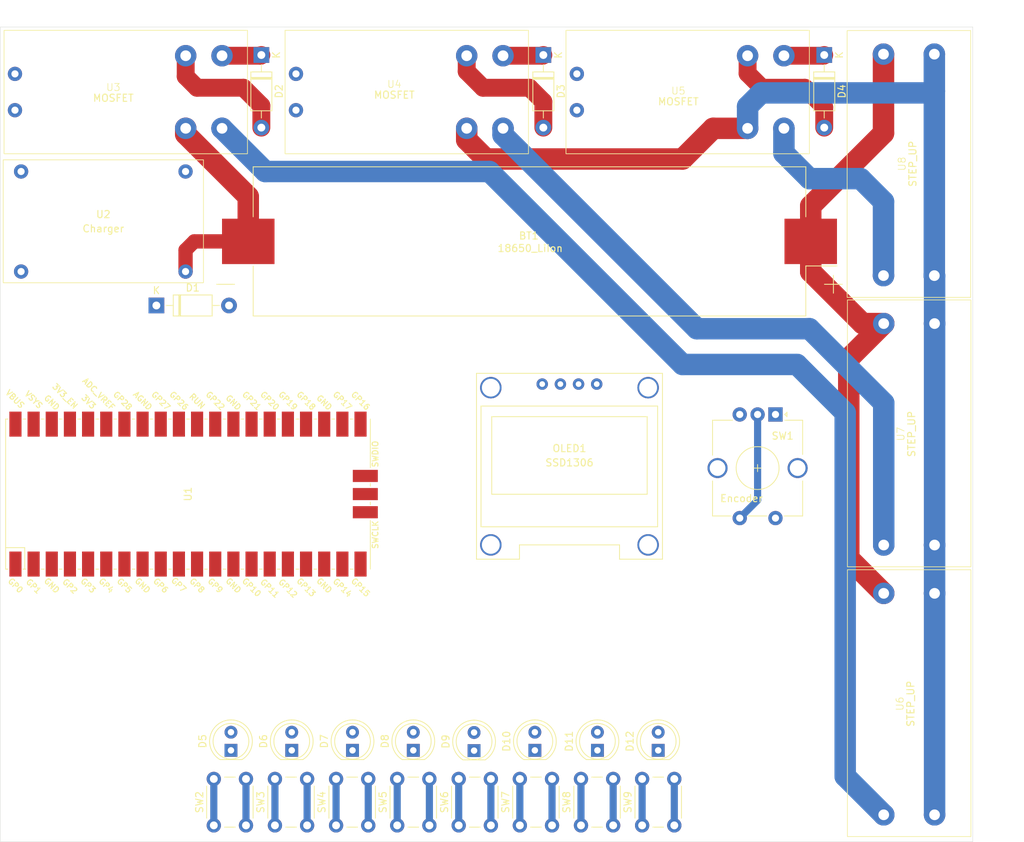
<source format=kicad_pcb>
(kicad_pcb (version 20240108) (generator "pcbnew") (generator_version "8.0")
  (title_block (title "LARS V2") (date "2024-04-01") (rev "1") (comment 1 "https://git.xythobuz.de/thomas/drumkit") (comment 2 "Licensed under the CERN-OHL-S-2.0+") (comment 4 "Copyright (c) 2024 Thomas Buck, Kauzerei"))
  (layers (0 "F.Cu" signal) (31 "B.Cu" signal) (34 "B.Paste" user) (35 "F.Paste" user) (36 "B.SilkS" user "B.Silkscreen") (37 "F.SilkS" user "F.Silkscreen") (38 "B.Mask" user) (39 "F.Mask" user) (44 "Edge.Cuts" user))
  (net 0 "")
  (net 3 "+BATT")
  (net 15 "Net-(D1-K)")
  (net 21 "Net-(U1-GPIO16)")
  (net 27 "GND")
  (net 29 "Net-(U1-GPIO17)")
  (net 44 "Net-(U1-GPIO18)")
  (net 45 "+3.3V")
  (net 46 "-BATT")
  (net 49 "unconnected-(SW2-Pad2)")
  (net 50 "unconnected-(SW2-Pad1)")
  (net 51 "unconnected-(SW3-Pad2)")
  (net 52 "unconnected-(SW3-Pad1)")
  (net 53 "unconnected-(SW4-Pad1)")
  (net 54 "unconnected-(SW4-Pad2)")
  (net 55 "unconnected-(SW5-Pad1)")
  (net 56 "unconnected-(SW5-Pad2)")
  (net 57 "Net-(D2-A)")
  (net 58 "Net-(D2-K)")
  (net 60 "Net-(D3-K)")
  (net 61 "Net-(D3-A)")
  (net 65 "Net-(D4-A)")
  (net 66 "Net-(D4-K)")
  (net 67 "Net-(U3-Vin+)")
  (net 69 "Net-(U4-Vin+)")
  (net 71 "Net-(U5-Vin+)")
  (net 72 "unconnected-(SW6-Pad2)")
  (net 73 "unconnected-(SW6-Pad1)")
  (net 74 "unconnected-(SW7-Pad1)")
  (net 75 "unconnected-(SW7-Pad2)")
  (net 76 "unconnected-(SW8-Pad1)")
  (net 77 "unconnected-(SW8-Pad2)")
  (net 78 "unconnected-(SW9-Pad2)")
  (net 79 "unconnected-(SW9-Pad1)")
  (footprint "Button_Switch_THT:SW_PUSH_6mm_H5mm" (layer "F.Cu") (at 112.7 152.5 90)
    (property "Reference" "SW2" (at 3.25 -2 -90) (layer "F.SilkS"))
    (property "Value" "SW_Push")
    (pad "1" thru_hole circle (at 0 0 180) (size 2 2) (drill 1.1) (layers "*.Cu" "*.Mask") (net 50 "unconnected-(SW2-Pad1)"))
    (pad "1" thru_hole circle (at 6.5 0 180) (size 2 2) (drill 1.1) (layers "*.Cu" "*.Mask") (net 50 "unconnected-(SW2-Pad1)"))
    (pad "2" thru_hole circle (at 0 4.5 180) (size 2 2) (drill 1.1) (layers "*.Cu" "*.Mask") (net 49 "unconnected-(SW2-Pad2)"))
    (pad "2" thru_hole circle (at 6.5 4.5 180) (size 2 2) (drill 1.1) (layers "*.Cu" "*.Mask") (net 49 "unconnected-(SW2-Pad2)"))
  )
  (footprint "chinese_modules:xy-mos" (layer "F.Cu") (at 117.406 41.244 180)
    (property "Reference" "U3" (at 18.76 -7.98 0) (layer "F.SilkS") (effects (font (thickness 0.1))))
    (property "Value" "MOSFET" (at 18.76 -9.48 0) (layer "F.SilkS"))
    (pad "1" thru_hole circle (at 3.556 -13.716 180) (size 3 3) (drill 1.5) (layers "*.Cu" "*.Mask") (net 67 "Net-(U3-Vin+)"))
    (pad "2" thru_hole circle (at 8.636 -13.716 180) (size 3 3) (drill 1.5) (layers "*.Cu" "*.Mask") (net 46 "-BATT"))
    (pad "3" thru_hole circle (at 3.556 -3.556 180) (size 3 3) (drill 1.5) (layers "*.Cu" "*.Mask") (net 58 "Net-(D2-K)"))
    (pad "4" thru_hole circle (at 8.636 -3.556 180) (size 3 3) (drill 1.5) (layers "*.Cu" "*.Mask") (net 57 "Net-(D2-A)"))
    (pad "5" thru_hole circle (at 32.512 -11.176 180) (size 2 2) (drill 1) (layers "*.Cu" "*.Mask"))
    (pad "6" thru_hole circle (at 32.512 -6.096 180) (size 2 2) (drill 1) (layers "*.Cu" "*.Mask"))
  )
  (footprint "Button_Switch_THT:SW_PUSH_6mm_H5mm" (layer "F.Cu") (at 121.25 152.5 90)
    (property "Reference" "SW3" (at 3.25 -2 -90) (layer "F.SilkS"))
    (property "Value" "SW_Push")
    (pad "1" thru_hole circle (at 0 0 180) (size 2 2) (drill 1.1) (layers "*.Cu" "*.Mask") (net 52 "unconnected-(SW3-Pad1)"))
    (pad "1" thru_hole circle (at 6.5 0 180) (size 2 2) (drill 1.1) (layers "*.Cu" "*.Mask") (net 52 "unconnected-(SW3-Pad1)"))
    (pad "2" thru_hole circle (at 0 4.5 180) (size 2 2) (drill 1.1) (layers "*.Cu" "*.Mask") (net 51 "unconnected-(SW3-Pad2)"))
    (pad "2" thru_hole circle (at 6.5 4.5 180) (size 2 2) (drill 1.1) (layers "*.Cu" "*.Mask") (net 51 "unconnected-(SW3-Pad2)"))
  )
  (footprint "Diode_THT:D_DO-41_SOD81_P10.16mm_Horizontal" (layer "F.Cu") (at 198.068 44.7 -90)
    (property "Reference" "D4" (at 5.08 -2.47 90) (layer "F.SilkS"))
    (property "Value" "1N5819")
    (fp_text user "K" (at 0 -2.1 90) (layer "F.SilkS"))
    (pad "1" thru_hole rect (at 0 0 270) (size 2.2 2.2) (drill 1.1) (layers "*.Cu" "*.Mask") (net 66 "Net-(D4-K)"))
    (pad "2" thru_hole oval (at 10.16 0 270) (size 2.2 2.2) (drill 1.1) (layers "*.Cu" "*.Mask") (net 65 "Net-(D4-A)"))
  )
  (footprint "chinese_modules:dc-dc module" (layer "F.Cu") (at 208.388 57.28 -90)
    (property "Reference" "U8" (at 2.652 -0.556 90) (layer "F.SilkS") (effects (font (thickness 0.1))))
    (property "Value" "STEP_UP" (at 2.652 -2.056 90) (layer "F.SilkS"))
    (pad "1" thru_hole circle (at -12.7 -5.08 270) (size 3 3) (drill 1.5) (layers "*.Cu" "*.Mask") (net 46 "-BATT"))
    (pad "2" thru_hole circle (at -12.7 2.032 270) (size 3 3) (drill 1.5) (layers "*.Cu" "*.Mask") (net 3 "+BATT"))
    (pad "3" thru_hole circle (at 18.288 -5.08 270) (size 3 3) (drill 1.5) (layers "*.Cu" "*.Mask") (net 46 "-BATT"))
    (pad "4" thru_hole circle (at 18.288 2.032 270) (size 3 3) (drill 1.5) (layers "*.Cu" "*.Mask") (net 71 "Net-(U5-Vin+)"))
  )
  (footprint "Button_Switch_THT:SW_PUSH_6mm_H5mm" (layer "F.Cu") (at 155.5 152.5 90)
    (property "Reference" "SW7" (at 3.25 -2 -90) (layer "F.SilkS"))
    (property "Value" "SW_Push")
    (pad "1" thru_hole circle (at 0 0 180) (size 2 2) (drill 1.1) (layers "*.Cu" "*.Mask") (net 74 "unconnected-(SW7-Pad1)"))
    (pad "1" thru_hole circle (at 6.5 0 180) (size 2 2) (drill 1.1) (layers "*.Cu" "*.Mask") (net 74 "unconnected-(SW7-Pad1)"))
    (pad "2" thru_hole circle (at 0 4.5 180) (size 2 2) (drill 1.1) (layers "*.Cu" "*.Mask") (net 75 "unconnected-(SW7-Pad2)"))
    (pad "2" thru_hole circle (at 6.5 4.5 180) (size 2 2) (drill 1.1) (layers "*.Cu" "*.Mask") (net 75 "unconnected-(SW7-Pad2)"))
  )
  (footprint "Rotary_Encoder:RotaryEncoder_Alps_EC12E-Switch_Vertical_H20mm_CircularMountingHoles" (layer "F.Cu") (at 191.25 95 -90)
    (property "Reference" "SW1" (at 3 -1 180) (layer "F.SilkS"))
    (property "Value" "Encoder" (at 11.75 4.75 180) (layer "F.SilkS"))
    (pad "A" thru_hole rect (at 0 0 270) (size 2 2) (drill 1) (layers "*.Cu" "*.Mask") (net 29 "Net-(U1-GPIO17)"))
    (pad "B" thru_hole circle (at 0 5 270) (size 2 2) (drill 1) (layers "*.Cu" "*.Mask") (net 44 "Net-(U1-GPIO18)"))
    (pad "C" thru_hole circle (at 0 2.5 270) (size 2 2) (drill 1) (layers "*.Cu" "*.Mask") (net 27 "GND"))
    (pad "MP" thru_hole circle (at 7.5 -3.1 270) (size 2.8 2.8) (drill 2.2) (layers "*.Cu" "*.Mask"))
    (pad "MP" thru_hole circle (at 7.5 8.1 270) (size 2.8 2.8) (drill 2.2) (layers "*.Cu" "*.Mask"))
    (pad "S1" thru_hole circle (at 14.5 0 270) (size 2 2) (drill 1) (layers "*.Cu" "*.Mask") (net 21 "Net-(U1-GPIO16)"))
    (pad "S2" thru_hole circle (at 14.5 5 270) (size 2 2) (drill 1) (layers "*.Cu" "*.Mask") (net 27 "GND"))
  )
  (footprint "Button_Switch_THT:SW_PUSH_6mm_H5mm" (layer "F.Cu") (at 138.35 152.5 90)
    (property "Reference" "SW5" (at 3.25 -2 -90) (layer "F.SilkS"))
    (property "Value" "SW_Push")
    (pad "1" thru_hole circle (at 0 0 180) (size 2 2) (drill 1.1) (layers "*.Cu" "*.Mask") (net 55 "unconnected-(SW5-Pad1)"))
    (pad "1" thru_hole circle (at 6.5 0 180) (size 2 2) (drill 1.1) (layers "*.Cu" "*.Mask") (net 55 "unconnected-(SW5-Pad1)"))
    (pad "2" thru_hole circle (at 0 4.5 180) (size 2 2) (drill 1.1) (layers "*.Cu" "*.Mask") (net 56 "unconnected-(SW5-Pad2)"))
    (pad "2" thru_hole circle (at 6.5 4.5 180) (size 2 2) (drill 1.1) (layers "*.Cu" "*.Mask") (net 56 "unconnected-(SW5-Pad2)"))
  )
  (footprint "Button_Switch_THT:SW_PUSH_6mm_H5mm" (layer "F.Cu") (at 129.8 152.5 90)
    (property "Reference" "SW4" (at 3.25 -2 -90) (layer "F.SilkS"))
    (property "Value" "SW_Push")
    (pad "1" thru_hole circle (at 0 0 180) (size 2 2) (drill 1.1) (layers "*.Cu" "*.Mask") (net 53 "unconnected-(SW4-Pad1)"))
    (pad "1" thru_hole circle (at 6.5 0 180) (size 2 2) (drill 1.1) (layers "*.Cu" "*.Mask") (net 53 "unconnected-(SW4-Pad1)"))
    (pad "2" thru_hole circle (at 0 4.5 180) (size 2 2) (drill 1.1) (layers "*.Cu" "*.Mask") (net 54 "unconnected-(SW4-Pad2)"))
    (pad "2" thru_hole circle (at 6.5 4.5 180) (size 2 2) (drill 1.1) (layers "*.Cu" "*.Mask") (net 54 "unconnected-(SW4-Pad2)"))
  )
  (footprint "KiCad-RP-Pico:RPi_Pico_SMD_only" (layer "F.Cu") (at 109.09 106.14 90)
    (property "Reference" "U1" (at 0 0 90) (layer "F.SilkS"))
    (property "Value" "Pico")
    (fp_text user "GP21" (at 13.054 8.9 135) (layer "F.SilkS") (effects (font (size 0.8 0.8))))
    (fp_text user "GP3" (at -12.8 -13.97 135) (layer "F.SilkS") (effects (font (size 0.8 0.8))))
    (fp_text user "GND" (at -12.8 -6.35 135) (layer "F.SilkS") (effects (font (size 0.8 0.8))))
    (fp_text user "GP15" (at -13.054 24.13 135) (layer "F.SilkS") (effects (font (size 0.8 0.8))))
    (fp_text user "GP19" (at 13.054 13.97 135) (layer "F.SilkS") (effects (font (size 0.8 0.8))))
    (fp_text user "GND" (at 12.8 6.35 135) (layer "F.SilkS") (effects (font (size 0.8 0.8))))
    (fp_text user "VBUS" (at 13.3 -24.2 135) (layer "F.SilkS") (effects (font (size 0.8 0.8))))
    (fp_text user "RUN" (at 13 1.27 135) (layer "F.SilkS") (effects (font (size 0.8 0.8))))
    (fp_text user "GP28" (at 13.054 -9.144 135) (layer "F.SilkS") (effects (font (size 0.8 0.8))))
    (fp_text user "GP0" (at -12.8 -24.13 135) (layer "F.SilkS") (effects (font (size 0.8 0.8))))
    (fp_text user "GP1" (at -12.9 -21.6 135) (layer "F.SilkS") (effects (font (size 0.8 0.8))))
    (fp_text user "GP27" (at 13.054 -3.8 135) (layer "F.SilkS") (effects (font (size 0.8 0.8))))
    (fp_text user "GND" (at -12.8 19.05 135) (layer "F.SilkS") (effects (font (size 0.8 0.8))))
    (fp_text user "3V3" (at 12.9 -13.9 135) (layer "F.SilkS") (effects (font (size 0.8 0.8))))
    (fp_text user "GP14" (at -13.1 21.59 135) (layer "F.SilkS") (effects (font (size 0.8 0.8))))
    (fp_text user "ADC_VREF" (at 14 -12.5 135) (layer "F.SilkS") (effects (font (size 0.8 0.8))))
    (fp_text user "GP12" (at -13.2 13.97 135) (layer "F.SilkS") (effects (font (size 0.8 0.8))))
    (fp_text user "GP16" (at 13.054 24.13 135) (layer "F.SilkS") (effects (font (size 0.8 0.8))))
    (fp_text user "GP18" (at 13.054 16.51 135) (layer "F.SilkS") (effects (font (size 0.8 0.8))))
    (fp_text user "GP26" (at 13.054 -1.27 135) (layer "F.SilkS") (effects (font (size 0.8 0.8))))
    (fp_text user "3V3_EN" (at 13.7 -17.2 135) (layer "F.SilkS") (effects (font (size 0.8 0.8))))
    (fp_text user "GP8" (at -12.8 1.27 135) (layer "F.SilkS") (effects (font (size 0.8 0.8))))
    (fp_text user "GP9" (at -12.8 3.81 135) (layer "F.SilkS") (effects (font (size 0.8 0.8))))
    (fp_text user "SWDIO" (at 5.6 26.2 90) (layer "F.SilkS") (effects (font (size 0.8 0.8))))
    (fp_text user "AGND" (at 13.054 -6.35 135) (layer "F.SilkS") (effects (font (size 0.8 0.8))))
    (fp_text user "GP10" (at -13.054 8.89 135) (layer "F.SilkS") (effects (font (size 0.8 0.8))))
    (fp_text user "GND" (at 12.8 19.05 135) (layer "F.SilkS") (effects (font (size 0.8 0.8))))
    (fp_text user "GP11" (at -13.2 11.43 135) (layer "F.SilkS") (effects (font (size 0.8 0.8))))
    (fp_text user "GP17" (at 13.054 21.59 135) (layer "F.SilkS") (effects (font (size 0.8 0.8))))
    (fp_text user "GP13" (at -13.054 16.51 135) (layer "F.SilkS") (effects (font (size 0.8 0.8))))
    (fp_text user "GP2" (at -12.9 -16.51 135) (layer "F.SilkS") (effects (font (size 0.8 0.8))))
    (fp_text user "SWCLK" (at -5.7 26.2 90) (layer "F.SilkS") (effects (font (size 0.8 0.8))))
    (fp_text user "GP20" (at 13.054 11.43 135) (layer "F.SilkS") (effects (font (size 0.8 0.8))))
    (fp_text user "GND" (at 12.8 -19.05 135) (layer "F.SilkS") (effects (font (size 0.8 0.8))))
    (fp_text user "GP5" (at -12.8 -8.89 135) (layer "F.SilkS") (effects (font (size 0.8 0.8))))
    (fp_text user "GND" (at -12.8 6.35 135) (layer "F.SilkS") (effects (font (size 0.8 0.8))))
    (fp_text user "GP7" (at -12.7 -1.3 135) (layer "F.SilkS") (effects (font (size 0.8 0.8))))
    (fp_text user "GP6" (at -12.8 -3.81 135) (layer "F.SilkS") (effects (font (size 0.8 0.8))))
    (fp_text user "GP22" (at 13.054 3.81 135) (layer "F.SilkS") (effects (font (size 0.8 0.8))))
    (fp_text user "GP4" (at -12.8 -11.43 135) (layer "F.SilkS") (effects (font (size 0.8 0.8))))
    (fp_text user "GND" (at -12.8 -19.05 135) (layer "F.SilkS") (effects (font (size 0.8 0.8))))
    (fp_text user "VSYS" (at 13.2 -21.59 135) (layer "F.SilkS") (effects (font (size 0.8 0.8))))
    (pad "" np_thru_hole oval (at -2.725 -24 90) (size 1.8 1.8) (drill 1.8) (layers "*.Cu" "*.Mask"))
    (pad "" np_thru_hole oval (at -2.425 -20.97 90) (size 1.5 1.5) (drill 1.5) (layers "*.Cu" "*.Mask"))
    (pad "" np_thru_hole oval (at 2.425 -20.97 90) (size 1.5 1.5) (drill 1.5) (layers "*.Cu" "*.Mask"))
    (pad "" np_thru_hole oval (at 2.725 -24 90) (size 1.8 1.8) (drill 1.8) (layers "*.Cu" "*.Mask"))
    (pad "1" smd rect (at -8.89 -24.13 90) (size 3.5 1.7) (drill (offset -0.9 0)) (layers "F.Cu" "F.Mask"))
    (pad "2" smd rect (at -8.89 -21.59 90) (size 3.5 1.7) (drill (offset -0.9 0)) (layers "F.Cu" "F.Mask"))
    (pad "3" smd rect (at -8.89 -19.05 90) (size 3.5 1.7) (drill (offset -0.9 0)) (layers "F.Cu" "F.Mask"))
    (pad "4" smd rect (at -8.89 -16.51 90) (size 3.5 1.7) (drill (offset -0.9 0)) (layers "F.Cu" "F.Mask"))
    (pad "5" smd rect (at -8.89 -13.97 90) (size 3.5 1.7) (drill (offset -0.9 0)) (layers "F.Cu" "F.Mask"))
    (pad "6" smd rect (at -8.89 -11.43 90) (size 3.5 1.7) (drill (offset -0.9 0)) (layers "F.Cu" "F.Mask"))
    (pad "7" smd rect (at -8.89 -8.89 90) (size 3.5 1.7) (drill (offset -0.9 0)) (layers "F.Cu" "F.Mask"))
    (pad "8" smd rect (at -8.89 -6.35 90) (size 3.5 1.7) (drill (offset -0.9 0)) (layers "F.Cu" "F.Mask"))
    (pad "9" smd rect (at -8.89 -3.81 90) (size 3.5 1.7) (drill (offset -0.9 0)) (layers "F.Cu" "F.Mask"))
    (pad "10" smd rect (at -8.89 -1.27 90) (size 3.5 1.7) (drill (offset -0.9 0)) (layers "F.Cu" "F.Mask"))
    (pad "11" smd rect (at -8.89 1.27 90) (size 3.5 1.7) (drill (offset -0.9 0)) (layers "F.Cu" "F.Mask"))
    (pad "12" smd rect (at -8.89 3.81 90) (size 3.5 1.7) (drill (offset -0.9 0)) (layers "F.Cu" "F.Mask"))
    (pad "13" smd rect (at -8.89 6.35 90) (size 3.5 1.7) (drill (offset -0.9 0)) (layers "F.Cu" "F.Mask"))
    (pad "14" smd rect (at -8.89 8.89 90) (size 3.5 1.7) (drill (offset -0.9 0)) (layers "F.Cu" "F.Mask"))
    (pad "15" smd rect (at -8.89 11.43 90) (size 3.5 1.7) (drill (offset -0.9 0)) (layers "F.Cu" "F.Mask"))
    (pad "16" smd rect (at -8.89 13.97 90) (size 3.5 1.7) (drill (offset -0.9 0)) (layers "F.Cu" "F.Mask"))
    (pad "17" smd rect (at -8.89 16.51 90) (size 3.5 1.7) (drill (offset -0.9 0)) (layers "F.Cu" "F.Mask"))
    (pad "18" smd rect (at -8.89 19.05 90) (size 3.5 1.7) (drill (offset -0.9 0)) (layers "F.Cu" "F.Mask"))
    (pad "19" smd rect (at -8.89 21.59 90) (size 3.5 1.7) (drill (offset -0.9 0)) (layers "F.Cu" "F.Mask"))
    (pad "20" smd rect (at -8.89 24.13 90) (size 3.5 1.7) (drill (offset -0.9 0)) (layers "F.Cu" "F.Mask"))
    (pad "21" smd rect (at 8.89 24.13 90) (size 3.5 1.7) (drill (offset 0.9 0)) (layers "F.Cu" "F.Mask") (net 21 "Net-(U1-GPIO16)"))
    (pad "22" smd rect (at 8.89 21.59 90) (size 3.5 1.7) (drill (offset 0.9 0)) (layers "F.Cu" "F.Mask") (net 29 "Net-(U1-GPIO17)"))
    (pad "23" smd rect (at 8.89 19.05 90) (size 3.5 1.7) (drill (offset 0.9 0)) (layers "F.Cu" "F.Mask"))
    (pad "24" smd rect (at 8.89 16.51 90) (size 3.5 1.7) (drill (offset 0.9 0)) (layers "F.Cu" "F.Mask") (net 44 "Net-(U1-GPIO18)"))
    (pad "25" smd rect (at 8.89 13.97 90) (size 3.5 1.7) (drill (offset 0.9 0)) (layers "F.Cu" "F.Mask"))
    (pad "26" smd rect (at 8.89 11.43 90) (size 3.5 1.7) (drill (offset 0.9 0)) (layers "F.Cu" "F.Mask"))
    (pad "27" smd rect (at 8.89 8.89 90) (size 3.5 1.7) (drill (offset 0.9 0)) (layers "F.Cu" "F.Mask"))
    (pad "28" smd rect (at 8.89 6.35 90) (size 3.5 1.7) (drill (offset 0.9 0)) (layers "F.Cu" "F.Mask"))
    (pad "29" smd rect (at 8.89 3.81 90) (size 3.5 1.7) (drill (offset 0.9 0)) (layers "F.Cu" "F.Mask"))
    (pad "30" smd rect (at 8.89 1.27 90) (size 3.5 1.7) (drill (offset 0.9 0)) (layers "F.Cu" "F.Mask"))
    (pad "31" smd rect (at 8.89 -1.27 90) (size 3.5 1.7) (drill (offset 0.9 0)) (layers "F.Cu" "F.Mask"))
    (pad "32" smd rect (at 8.89 -3.81 90) (size 3.5 1.7) (drill (offset 0.9 0)) (layers "F.Cu" "F.Mask"))
    (pad "33" smd rect (at 8.89 -6.35 90) (size 3.5 1.7) (drill (offset 0.9 0)) (layers "F.Cu" "F.Mask"))
    (pad "34" smd rect (at 8.89 -8.89 90) (size 3.5 1.7) (drill (offset 0.9 0)) (layers "F.Cu" "F.Mask"))
    (pad "35" smd rect (at 8.89 -11.43 90) (size 3.5 1.7) (drill (offset 0.9 0)) (layers "F.Cu" "F.Mask"))
    (pad "36" smd rect (at 8.89 -13.97 90) (size 3.5 1.7) (drill (offset 0.9 0)) (layers "F.Cu" "F.Mask") (net 45 "+3.3V"))
    (pad "37" smd rect (at 8.89 -16.51 90) (size 3.5 1.7) (drill (offset 0.9 0)) (layers "F.Cu" "F.Mask"))
    (pad "38" smd rect (at 8.89 -19.05 90) (size 3.5 1.7) (drill (offset 0.9 0)) (layers "F.Cu" "F.Mask"))
    (pad "39" smd rect (at 8.89 -21.59 90) (size 3.5 1.7) (drill (offset 0.9 0)) (layers "F.Cu" "F.Mask") (net 15 "Net-(D1-K)"))
    (pad "40" smd rect (at 8.89 -24.13 90) (size 3.5 1.7) (drill (offset 0.9 0)) (layers "F.Cu" "F.Mask"))
    (pad "41" smd rect (at -2.54 23.9 180) (size 3.5 1.7) (drill (offset -0.9 0)) (layers "F.Cu" "F.Mask"))
    (pad "42" smd rect (at 0 23.9 180) (size 3.5 1.7) (drill (offset -0.9 0)) (layers "F.Cu" "F.Mask"))
    (pad "43" smd rect (at 2.54 23.9 180) (size 3.5 1.7) (drill (offset -0.9 0)) (layers "F.Cu" "F.Mask"))
  )
  (footprint "chinese_modules:dc-dc module" (layer "F.Cu") (at 208.42 94.98 -90)
    (property "Reference" "U7" (at 2.752 -0.364 90) (layer "F.SilkS") (effects (font (thickness 0.1))))
    (property "Value" "STEP_UP" (at 2.752 -1.864 90) (layer "F.SilkS"))
    (pad "1" thru_hole circle (at -12.7 -5.08 270) (size 3 3) (drill 1.5) (layers "*.Cu" "*.Mask") (net 46 "-BATT"))
    (pad "2" thru_hole circle (at -12.7 2.032 270) (size 3 3) (drill 1.5) (layers "*.Cu" "*.Mask") (net 3 "+BATT"))
    (pad "3" thru_hole circle (at 18.288 -5.08 270) (size 3 3) (drill 1.5) (layers "*.Cu" "*.Mask") (net 46 "-BATT"))
    (pad "4" thru_hole circle (at 18.288 2.032 270) (size 3 3) (drill 1.5) (layers "*.Cu" "*.Mask") (net 69 "Net-(U4-Vin+)"))
  )
  (footprint "Diode_THT:D_DO-41_SOD81_P10.16mm_Horizontal" (layer "F.Cu") (at 119.35 44.7 -90)
    (property "Reference" "D2" (at 5.08 -2.47 90) (layer "F.SilkS"))
    (property "Value" "1N5819")
    (fp_text user "K" (at 0 -2.1 90) (layer "F.SilkS"))
    (pad "1" thru_hole rect (at 0 0 270) (size 2.2 2.2) (drill 1.1) (layers "*.Cu" "*.Mask") (net 58 "Net-(D2-K)"))
    (pad "2" thru_hole oval (at 10.16 0 270) (size 2.2 2.2) (drill 1.1) (layers "*.Cu" "*.Mask") (net 57 "Net-(D2-A)"))
  )
  (footprint "LED_THT:LED_D5.0mm" (layer "F.Cu") (at 174.85 142 90)
    (property "Reference" "D12" (at 1.27 -3.96 -90) (layer "F.SilkS"))
    (property "Value" "LED")
    (pad "1" thru_hole rect (at 0 0 90) (size 1.8 1.8) (drill 0.9) (layers "*.Cu" "*.Mask"))
    (pad "2" thru_hole circle (at 2.54 0 90) (size 1.8 1.8) (drill 0.9) (layers "*.Cu" "*.Mask"))
  )
  (footprint "chinese_modules:xy-mos" (layer "F.Cu") (at 195.986 41.244 180)
    (property "Reference" "U5" (at 18.324 -8.476 0) (layer "F.SilkS") (effects (font (thickness 0.1))))
    (property "Value" "MOSFET" (at 18.324 -9.976 0) (layer "F.SilkS"))
    (pad "1" thru_hole circle (at 3.556 -13.716 180) (size 3 3) (drill 1.5) (layers "*.Cu" "*.Mask") (net 71 "Net-(U5-Vin+)"))
    (pad "2" thru_hole circle (at 8.636 -13.716 180) (size 3 3) (drill 1.5) (layers "*.Cu" "*.Mask") (net 46 "-BATT"))
    (pad "3" thru_hole circle (at 3.556 -3.556 180) (size 3 3) (drill 1.5) (layers "*.Cu" "*.Mask") (net 66 "Net-(D4-K)"))
    (pad "4" thru_hole circle (at 8.636 -3.556 180) (size 3 3) (drill 1.5) (layers "*.Cu" "*.Mask") (net 65 "Net-(D4-A)"))
    (pad "5" thru_hole circle (at 32.512 -11.176 180) (size 2 2) (drill 1) (layers "*.Cu" "*.Mask"))
    (pad "6" thru_hole circle (at 32.512 -6.096 180) (size 2 2) (drill 1) (layers "*.Cu" "*.Mask"))
  )
  (footprint "ssd1306:SSD1306_0.96_Oled" (layer "F.Cu") (at 149.44 115.25)
    (property "Reference" "OLED1" (at 13 -15.5 0) (layer "F.SilkS"))
    (property "Value" "SSD1306" (at 13 -13.5 0) (layer "F.SilkS"))
    (pad "" np_thru_hole circle (at 2 -24) (size 3 3) (drill 2.5) (layers "F&B.Cu" "*.Mask"))
    (pad "" np_thru_hole circle (at 2 -2) (size 3 3) (drill 2.5) (layers "F&B.Cu" "*.Mask"))
    (pad "" np_thru_hole circle (at 24 -24) (size 3 3) (drill 2.5) (layers "F&B.Cu" "*.Mask"))
    (pad "" np_thru_hole circle (at 24 -2) (size 3 3) (drill 2.5) (layers "F&B.Cu" "*.Mask"))
    (pad "1" thru_hole circle (at 9.19 -24.5) (size 1.6 1.6) (drill 0.8) (layers "*.Cu" "*.Mask"))
    (pad "2" thru_hole circle (at 11.73 -24.5) (size 1.6 1.6) (drill 0.8) (layers "*.Cu" "*.Mask"))
    (pad "3" thru_hole circle (at 14.27 -24.5) (size 1.6 1.6) (drill 0.8) (layers "*.Cu" "*.Mask"))
    (pad "4" thru_hole circle (at 16.81 -24.5) (size 1.6 1.6) (drill 0.8) (layers "*.Cu" "*.Mask"))
  )
  (footprint "LED_THT:LED_D5.0mm" (layer "F.Cu") (at 149.1 142.04 90)
    (property "Reference" "D9" (at 1.27 -3.96 -90) (layer "F.SilkS"))
    (property "Value" "LED")
    (pad "1" thru_hole rect (at 0 0 90) (size 1.8 1.8) (drill 0.9) (layers "*.Cu" "*.Mask"))
    (pad "2" thru_hole circle (at 2.54 0 90) (size 1.8 1.8) (drill 0.9) (layers "*.Cu" "*.Mask"))
  )
  (footprint "Diode_THT:D_DO-41_SOD81_P10.16mm_Horizontal" (layer "F.Cu") (at 104.67 79.75)
    (property "Reference" "D1" (at 5.08 -2.47 0) (layer "F.SilkS"))
    (property "Value" "1N5819")
    (fp_text user "K" (at 0 -2.1 0) (layer "F.SilkS"))
    (pad "1" thru_hole rect (at 0 0) (size 2.2 2.2) (drill 1.1) (layers "*.Cu" "*.Mask") (net 15 "Net-(D1-K)"))
    (pad "2" thru_hole oval (at 10.16 0) (size 2.2 2.2) (drill 1.1) (layers "*.Cu" "*.Mask") (net 3 "+BATT"))
  )
  (footprint "Battery:BatteryHolder_Keystone_1042_1x18650" (layer "F.Cu") (at 156.85 70.78 180)
    (property "Reference" "BT1" (at 0.1 0.78 180) (layer "F.SilkS"))
    (property "Value" "18650_LiIon" (at -0.1 -0.97 180) (layer "F.SilkS"))
    (pad "" np_thru_hole circle (at -35.93 -8 180) (size 2.39 2.39) (drill 2.39) (layers "*.Cu" "*.Mask"))
    (pad "" np_thru_hole circle (at -27.6 8 180) (size 3.45 3.45) (drill 3.45) (layers "*.Cu" "*.Mask"))
    (pad "" np_thru_hole circle (at 27.6 -8 180) (size 3.45 3.45) (drill 3.45) (layers "*.Cu" "*.Mask"))
    (pad "1" smd rect (at -39.33 0 180) (size 7.34 6.35) (layers "F.Cu" "F.Paste" "F.Mask") (net 3 "+BATT"))
    (pad "2" smd rect (at 39.33 0 180) (size 7.34 6.35) (layers "F.Cu" "F.Paste" "F.Mask") (net 46 "-BATT"))
  )
  (footprint "Button_Switch_THT:SW_PUSH_6mm_H5mm" (layer "F.Cu") (at 164.05 152.5 90)
    (property "Reference" "SW8" (at 3.25 -2 -90) (layer "F.SilkS"))
    (property "Value" "SW_Push")
    (pad "1" thru_hole circle (at 0 0 180) (size 2 2) (drill 1.1) (layers "*.Cu" "*.Mask") (net 76 "unconnected-(SW8-Pad1)"))
    (pad "1" thru_hole circle (at 6.5 0 180) (size 2 2) (drill 1.1) (layers "*.Cu" "*.Mask") (net 76 "unconnected-(SW8-Pad1)"))
    (pad "2" thru_hole circle (at 0 4.5 180) (size 2 2) (drill 1.1) (layers "*.Cu" "*.Mask") (net 77 "unconnected-(SW8-Pad2)"))
    (pad "2" thru_hole circle (at 6.5 4.5 180) (size 2 2) (drill 1.1) (layers "*.Cu" "*.Mask") (net 77 "unconnected-(SW8-Pad2)"))
  )
  (footprint "Diode_THT:D_DO-41_SOD81_P10.16mm_Horizontal" (layer "F.Cu") (at 158.786 44.7 -90)
    (property "Reference" "D3" (at 5.08 -2.47 90) (layer "F.SilkS"))
    (property "Value" "1N5819")
    (fp_text user "K" (at 0 -2.1 90) (layer "F.SilkS"))
    (pad "1" thru_hole rect (at 0 0 270) (size 2.2 2.2) (drill 1.1) (layers "*.Cu" "*.Mask") (net 60 "Net-(D3-K)"))
    (pad "2" thru_hole oval (at 10.16 0 270) (size 2.2 2.2) (drill 1.1) (layers "*.Cu" "*.Mask") (net 61 "Net-(D3-A)"))
  )
  (footprint "LED_THT:LED_D5.0mm" (layer "F.Cu") (at 157.6 142 90)
    (property "Reference" "D10" (at 1.27 -3.96 -90) (layer "F.SilkS"))
    (property "Value" "LED")
    (pad "1" thru_hole rect (at 0 0 90) (size 1.8 1.8) (drill 0.9) (layers "*.Cu" "*.Mask"))
    (pad "2" thru_hole circle (at 2.54 0 90) (size 1.8 1.8) (drill 0.9) (layers "*.Cu" "*.Mask"))
  )
  (footprint "LED_THT:LED_D5.0mm" (layer "F.Cu") (at 115.1 142 90)
    (property "Reference" "D5" (at 1.27 -3.96 -90) (layer "F.SilkS"))
    (property "Value" "LED")
    (pad "1" thru_hole rect (at 0 0 90) (size 1.8 1.8) (drill 0.9) (layers "*.Cu" "*.Mask"))
    (pad "2" thru_hole circle (at 2.54 0 90) (size 1.8 1.8) (drill 0.9) (layers "*.Cu" "*.Mask"))
  )
  (footprint "LED_THT:LED_D5.0mm" (layer "F.Cu") (at 123.6 142 90)
    (property "Reference" "D6" (at 1.27 -3.96 -90) (layer "F.SilkS"))
    (property "Value" "LED")
    (pad "1" thru_hole rect (at 0 0 90) (size 1.8 1.8) (drill 0.9) (layers "*.Cu" "*.Mask"))
    (pad "2" thru_hole circle (at 2.54 0 90) (size 1.8 1.8) (drill 0.9) (layers "*.Cu" "*.Mask"))
  )
  (footprint "Button_Switch_THT:SW_PUSH_6mm_H5mm" (layer "F.Cu") (at 146.95 152.5 90)
    (property "Reference" "SW6" (at 3.25 -2 -90) (layer "F.SilkS"))
    (property "Value" "SW_Push")
    (pad "1" thru_hole circle (at 0 0 180) (size 2 2) (drill 1.1) (layers "*.Cu" "*.Mask") (net 73 "unconnected-(SW6-Pad1)"))
    (pad "1" thru_hole circle (at 6.5 0 180) (size 2 2) (drill 1.1) (layers "*.Cu" "*.Mask") (net 73 "unconnected-(SW6-Pad1)"))
    (pad "2" thru_hole circle (at 0 4.5 180) (size 2 2) (drill 1.1) (layers "*.Cu" "*.Mask") (net 72 "unconnected-(SW6-Pad2)"))
    (pad "2" thru_hole circle (at 6.5 4.5 180) (size 2 2) (drill 1.1) (layers "*.Cu" "*.Mask") (net 72 "unconnected-(SW6-Pad2)"))
  )
  (footprint "chinese_modules:charger" (layer "F.Cu") (at 97.25 68)
    (property "Reference" "U2" (hide yes))
    (property "Value" "Charger" (at 0 1 0) (layer "F.SilkS"))
    (fp_text user "${REFERENCE}" (at 0 -1 0) (layer "F.SilkS"))
    (pad "1" thru_hole circle (at -11.5 -7) (size 2 2) (drill 1) (layers "*.Cu" "*.Mask"))
    (pad "2" thru_hole circle (at -11.5 7) (size 2 2) (drill 1) (layers "*.Cu" "*.Mask"))
    (pad "3" thru_hole circle (at 11.5 -7) (size 2 2) (drill 1) (layers "*.Cu" "*.Mask") (net 3 "+BATT"))
    (pad "4" thru_hole circle (at 11.5 7) (size 2 2) (drill 1) (layers "*.Cu" "*.Mask") (net 46 "-BATT"))
  )
  (footprint "LED_THT:LED_D5.0mm" (layer "F.Cu") (at 166.35 142 90)
    (property "Reference" "D11" (at 1.27 -3.96 -90) (layer "F.SilkS"))
    (property "Value" "LED")
    (pad "1" thru_hole rect (at 0 0 90) (size 1.8 1.8) (drill 0.9) (layers "*.Cu" "*.Mask"))
    (pad "2" thru_hole circle (at 2.54 0 90) (size 1.8 1.8) (drill 0.9) (layers "*.Cu" "*.Mask"))
  )
  (footprint "chinese_modules:xy-mos" (layer "F.Cu") (at 156.704 41.244 180)
    (property "Reference" "U4" (at 18.76 -7.548 0) (layer "F.SilkS") (effects (font (thickness 0.1))))
    (property "Value" "MOSFET" (at 18.76 -9.048 0) (layer "F.SilkS"))
    (pad "1" thru_hole circle (at 3.556 -13.716 180) (size 3 3) (drill 1.5) (layers "*.Cu" "*.Mask") (net 69 "Net-(U4-Vin+)"))
    (pad "2" thru_hole circle (at 8.636 -13.716 180) (size 3 3) (drill 1.5) (layers "*.Cu" "*.Mask") (net 46 "-BATT"))
    (pad "3" thru_hole circle (at 3.556 -3.556 180) (size 3 3) (drill 1.5) (layers "*.Cu" "*.Mask") (net 60 "Net-(D3-K)"))
    (pad "4" thru_hole circle (at 8.636 -3.556 180) (size 3 3) (drill 1.5) (layers "*.Cu" "*.Mask") (net 61 "Net-(D3-A)"))
    (pad "5" thru_hole circle (at 32.512 -11.176 180) (size 2 2) (drill 1) (layers "*.Cu" "*.Mask"))
    (pad "6" thru_hole circle (at 32.512 -6.096 180) (size 2 2) (drill 1) (layers "*.Cu" "*.Mask"))
  )
  (footprint "chinese_modules:dc-dc module" (layer "F.Cu") (at 208.42 132.73 -90)
    (property "Reference" "U6" (at 2.752 -0.236 90) (layer "F.SilkS") (effects (font (thickness 0.1))))
    (property "Value" "STEP_UP" (at 2.752 -1.736 90) (layer "F.SilkS"))
    (pad "1" thru_hole circle (at -12.7 -5.08 270) (size 3 3) (drill 1.5) (layers "*.Cu" "*.Mask") (net 46 "-BATT"))
    (pad "2" thru_hole circle (at -12.7 2.032 270) (size 3 3) (drill 1.5) (layers "*.Cu" "*.Mask") (net 3 "+BATT"))
    (pad "3" thru_hole circle (at 18.288 -5.08 270) (size 3 3) (drill 1.5) (layers "*.Cu" "*.Mask") (net 46 "-BATT"))
    (pad "4" thru_hole circle (at 18.288 2.032 270) (size 3 3) (drill 1.5) (layers "*.Cu" "*.Mask") (net 67 "Net-(U3-Vin+)"))
  )
  (footprint "LED_THT:LED_D5.0mm" (layer "F.Cu") (at 140.6 142 90)
    (property "Reference" "D8" (at 1.27 -3.96 -90) (layer "F.SilkS"))
    (property "Value" "LED")
    (pad "1" thru_hole rect (at 0 0 90) (size 1.8 1.8) (drill 0.9) (layers "*.Cu" "*.Mask"))
    (pad "2" thru_hole circle (at 2.54 0 90) (size 1.8 1.8) (drill 0.9) (layers "*.Cu" "*.Mask"))
  )
  (footprint "LED_THT:LED_D5.0mm" (layer "F.Cu") (at 132.1 142 90)
    (property "Reference" "D7" (at 1.27 -3.96 -90) (layer "F.SilkS"))
    (property "Value" "LED")
    (pad "1" thru_hole rect (at 0 0 90) (size 1.8 1.8) (drill 0.9) (layers "*.Cu" "*.Mask"))
    (pad "2" thru_hole circle (at 2.54 0 90) (size 1.8 1.8) (drill 0.9) (layers "*.Cu" "*.Mask"))
  )
  (footprint "Button_Switch_THT:SW_PUSH_6mm_H5mm" (layer "F.Cu") (at 172.6 152.5 90)
    (property "Reference" "SW9" (at 3.25 -2 -90) (layer "F.SilkS"))
    (property "Value" "SW_Push")
    (pad "1" thru_hole circle (at 0 0 180) (size 2 2) (drill 1.1) (layers "*.Cu" "*.Mask") (net 79 "unconnected-(SW9-Pad1)"))
    (pad "1" thru_hole circle (at 6.5 0 180) (size 2 2) (drill 1.1) (layers "*.Cu" "*.Mask") (net 79 "unconnected-(SW9-Pad1)"))
    (pad "2" thru_hole circle (at 0 4.5 180) (size 2 2) (drill 1.1) (layers "*.Cu" "*.Mask") (net 78 "unconnected-(SW9-Pad2)"))
    (pad "2" thru_hole circle (at 6.5 4.5 180) (size 2 2) (drill 1.1) (layers "*.Cu" "*.Mask") (net 78 "unconnected-(SW9-Pad2)"))
  )
  (gr_rect (start 82.85 40.78) (end 218.85 154.78) (stroke (width 0.05)) (fill none) (layer "Edge.Cuts"))
  (segment (start 206.356 55.644) (end 196.18 65.82) (width 3) (layer "F.Cu") (net 3))
  (segment (start 196.18 70.78) (end 196.18 75.03) (width 3) (layer "F.Cu") (net 3))
  (segment (start 196.18 75.03) (end 203.43 82.28) (width 3) (layer "F.Cu") (net 3))
  (segment (start 203.43 82.28) (end 206.388 82.28) (width 3) (layer "F.Cu") (net 3))
  (segment (start 201.5 87.168) (end 206.388 82.28) (width 3) (layer "F.Cu") (net 3))
  (segment (start 206.388 120.03) (end 201.5 115.142) (width 3) (layer "F.Cu") (net 3))
  (segment (start 206.356 44.58) (end 206.356 55.644) (width 3) (layer "F.Cu") (net 3))
  (segment (start 196.18 65.82) (end 196.18 70.78) (width 3) (layer "F.Cu") (net 3))
  (segment (start 201.5 115.142) (end 201.5 87.168) (width 3) (layer "F.Cu") (net 3))
  (segment (start 188.75 107) (end 186.25 109.5) (width 1) (layer "B.Cu") (net 27))
  (segment (start 188.75 95) (end 188.75 107) (width 1) (layer "B.Cu") (net 27))
  (segment (start 182.54 54.96) (end 187.35 54.96) (width 3) (layer "F.Cu") (net 46))
  (segment (start 108.75 72) (end 109.97 70.78) (width 2) (layer "F.Cu") (net 46))
  (segment (start 108.77 54.96) (end 108.77 55.77) (width 3) (layer "F.Cu") (net 46))
  (segment (start 109.97 70.78) (end 117.52 70.78) (width 2) (layer "F.Cu") (net 46))
  (segment (start 148.068 54.96) (end 148.068 56.568) (width 3) (layer "F.Cu") (net 46))
  (segment (start 148.068 56.568) (end 150.75 59.25) (width 3) (layer "F.Cu") (net 46))
  (segment (start 108.75 75) (end 108.75 72) (width 2) (layer "F.Cu") (net 46))
  (segment (start 117.52 64.52) (end 117.52 70.78) (width 3) (layer "F.Cu") (net 46))
  (segment (start 150.75 59.25) (end 178.25 59.25) (width 3) (layer "F.Cu") (net 46))
  (segment (start 178.25 59.25) (end 182.54 54.96) (width 3) (layer "F.Cu") (net 46))
  (segment (start 108.77 55.77) (end 117.52 64.52) (width 3) (layer "F.Cu") (net 46))
  (segment (start 213.5 120.03) (end 213.5 151.018) (width 3) (layer "B.Cu") (net 46))
  (segment (start 213.5 82.28) (end 213.5 75.6) (width 3) (layer "B.Cu") (net 46))
  (segment (start 189.25 50) (end 213.218 50) (width 3) (layer "B.Cu") (net 46))
  (segment (start 213.5 120.03) (end 213.5 113.268) (width 3) (layer "B.Cu") (net 46))
  (segment (start 213.218 50) (end 213.468 49.75) (width 3) (layer "B.Cu") (net 46))
  (segment (start 213.468 44.58) (end 213.468 49.75) (width 3) (layer "B.Cu") (net 46))
  (segment (start 213.468 49.75) (end 213.468 75.568) (width 3) (layer "B.Cu") (net 46))
  (segment (start 187.35 54.96) (end 187.35 51.9) (width 3) (layer "B.Cu") (net 46))
  (segment (start 213.5 82.28) (end 213.5 113.268) (width 3) (layer "B.Cu") (net 46))
  (segment (start 187.35 51.9) (end 189.25 50) (width 3) (layer "B.Cu") (net 46))
  (segment (start 213.5 75.6) (end 213.468 75.568) (width 3) (layer "B.Cu") (net 46))
  (segment (start 117.2 152.5) (end 117.2 146) (width 1) (layer "B.Cu") (net 49))
  (segment (start 112.7 152.5) (end 112.7 146) (width 1) (layer "B.Cu") (net 50))
  (segment (start 125.75 152.5) (end 125.75 146) (width 1) (layer "B.Cu") (net 51))
  (segment (start 121.25 152.5) (end 121.25 146) (width 1) (layer "B.Cu") (net 52))
  (segment (start 129.8 152.5) (end 129.8 146) (width 1) (layer "B.Cu") (net 53))
  (segment (start 134.3 152.5) (end 134.3 146) (width 1) (layer "B.Cu") (net 54))
  (segment (start 138.35 146) (end 138.35 152.5) (width 1) (layer "B.Cu") (net 55))
  (segment (start 142.85 152.5) (end 142.85 146) (width 1) (layer "B.Cu") (net 56))
  (segment (start 110.35 49.28) (end 116.85 49.28) (width 2.5) (layer "F.Cu") (net 57))
  (segment (start 108.77 44.8) (end 108.77 47.7) (width 2.5) (layer "F.Cu") (net 57))
  (segment (start 119.35 51.78) (end 119.35 54.86) (width 2.5) (layer "F.Cu") (net 57))
  (segment (start 116.85 49.28) (end 119.35 51.78) (width 2.5) (layer "F.Cu") (net 57))
  (segment (start 108.77 47.7) (end 110.35 49.28) (width 2.5) (layer "F.Cu") (net 57))
  (segment (start 113.85 44.8) (end 119.25 44.8) (width 2.5) (layer "F.Cu") (net 58))
  (segment (start 119.25 44.8) (end 119.35 44.7) (width 2.5) (layer "F.Cu") (net 58))
  (segment (start 158.686 44.8) (end 158.786 44.7) (width 2.5) (layer "F.Cu") (net 60))
  (segment (start 153.148 44.8) (end 158.686 44.8) (width 2.5) (layer "F.Cu") (net 60))
  (segment (start 158.786 51.216) (end 158.786 54.86) (width 2.5) (layer "F.Cu") (net 61))
  (segment (start 150.35 49.28) (end 156.85 49.28) (width 2.5) (layer "F.Cu") (net 61))
  (segment (start 156.85 49.28) (end 158.786 51.216) (width 2.5) (layer "F.Cu") (net 61))
  (segment (start 148.068 46.998) (end 150.35 49.28) (width 2.5) (layer "F.Cu") (net 61))
  (segment (start 148.068 44.8) (end 148.068 46.998) (width 2.5) (layer "F.Cu") (net 61))
  (segment (start 198.068 51.998) (end 198.068 54.86) (width 2.5) (layer "F.Cu") (net 65))
  (segment (start 189.35 49.28) (end 195.35 49.28) (width 2.5) (layer "F.Cu") (net 65))
  (segment (start 195.35 49.28) (end 198.068 51.998) (width 2.5) (layer "F.Cu") (net 65))
  (segment (start 187.35 44.8) (end 187.35 47.28) (width 2.5) (layer "F.Cu") (net 65))
  (segment (start 187.35 47.28) (end 189.35 49.28) (width 2.5) (layer "F.Cu") (net 65))
  (segment (start 192.43 44.8) (end 197.968 44.8) (width 2.5) (layer "F.Cu") (net 66))
  (segment (start 197.968 44.8) (end 198.068 44.7) (width 2.5) (layer "F.Cu") (net 66))
  (segment (start 201 145.63) (end 206.388 151.018) (width 3) (layer "B.Cu") (net 67))
  (segment (start 113.85 54.96) (end 119.89 61) (width 3) (layer "B.Cu") (net 67))
  (segment (start 151.25 61) (end 178.25 88) (width 3) (layer "B.Cu") (net 67))
  (segment (start 201 94.75) (end 201 145.63) (width 3) (layer "B.Cu") (net 67))
  (segment (start 178.25 88) (end 194.25 88) (width 3) (layer "B.Cu") (net 67))
  (segment (start 194.25 88) (end 201 94.75) (width 3) (layer "B.Cu") (net 67))
  (segment (start 119.89 61) (end 151.25 61) (width 3) (layer "B.Cu") (net 67))
  (segment (start 180.25 83) (end 153.148 55.898) (width 3) (layer "B.Cu") (net 69))
  (segment (start 153.148 55.898) (end 153.148 54.96) (width 3) (layer "B.Cu") (net 69))
  (segment (start 206.388 93.388) (end 196 83) (width 3) (layer "B.Cu") (net 69))
  (segment (start 196 83) (end 180.25 83) (width 3) (layer "B.Cu") (net 69))
  (segment (start 206.388 113.268) (end 206.388 93.388) (width 3) (layer "B.Cu") (net 69))
  (segment (start 192.43 54.96) (end 192.43 58.43) (width 3) (layer "B.Cu") (net 71))
  (segment (start 196 62) (end 203.15 62) (width 3) (layer "B.Cu") (net 71))
  (segment (start 192.43 58.43) (end 196 62) (width 3) (layer "B.Cu") (net 71))
  (segment (start 203.15 62) (end 206.356 65.206) (width 3) (layer "B.Cu") (net 71))
  (segment (start 206.356 65.206) (end 206.356 75.568) (width 3) (layer "B.Cu") (net 71))
  (segment (start 151.45 152.5) (end 151.45 146) (width 1) (layer "B.Cu") (net 72))
  (segment (start 146.95 146) (end 146.95 152.5) (width 1) (layer "B.Cu") (net 73))
  (segment (start 155.5 146) (end 155.5 152.5) (width 1) (layer "B.Cu") (net 74))
  (segment (start 160 146) (end 160 152.5) (width 1) (layer "B.Cu") (net 75))
  (segment (start 164.05 152.5) (end 164.05 146) (width 1) (layer "B.Cu") (net 76))
  (segment (start 168.55 146) (end 168.55 152.5) (width 1) (layer "B.Cu") (net 77))
  (segment (start 177.1 152.5) (end 177.1 146) (width 1) (layer "B.Cu") (net 78))
  (segment (start 172.6 152.5) (end 172.6 146) (width 1) (layer "B.Cu") (net 79))
)
</source>
